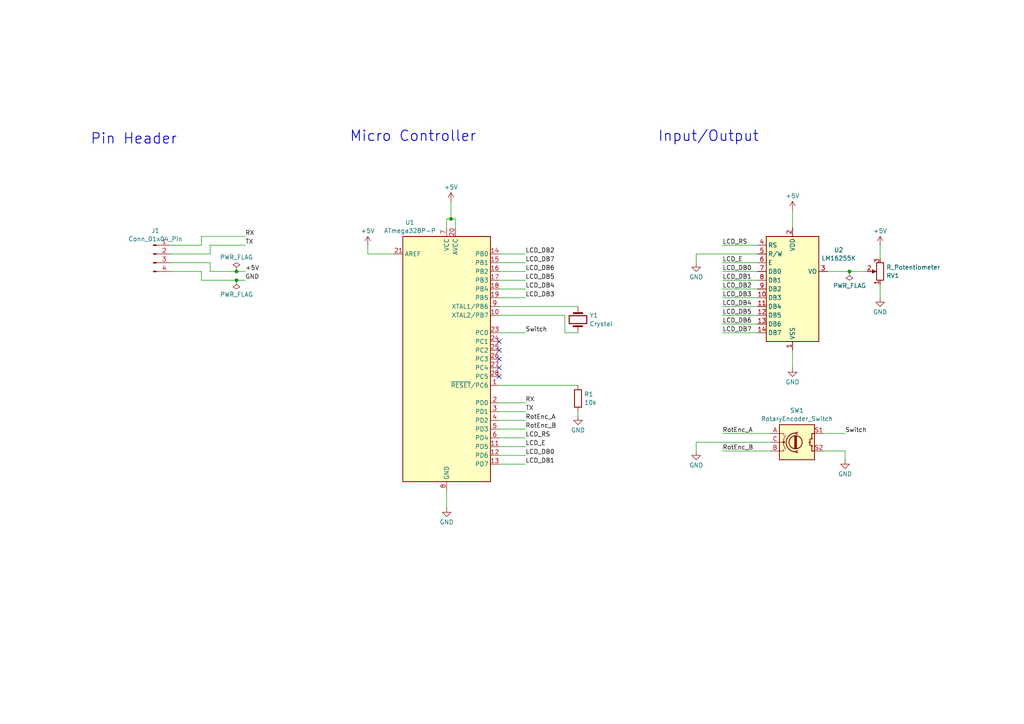
<source format=kicad_sch>
(kicad_sch (version 20250114) (generator "eeschema") (generator_version "9.0")
  (paper "A4")
  (title_block (title "Experimental LCD-Board") (date "2025-09-30") (rev "1") (company "Dennis Schulmeister-Zimolong") (comment 2 "A pin header provides power and a UART serial connection.") (comment 3 "with a 16x8 LCD and a switch / rotary encoder.") (comment 4 "This is just a very basic Atmega328p MCU board"))
  (lib_symbols
    (symbol "Connector:Conn_01x04_Pin" (pin_names (offset 1.016) (hide yes))
      (property "Reference" "J" (at 0 5.08 0))
      (property "Value" "Conn_01x04_Pin" (at 0 -7.62 0))
      (symbol "Conn_01x04_Pin_1_1"
        (rectangle (start 0.8636 2.667) (end 0 2.413) (stroke (width 0.1524)) (fill (type outline)))
        (rectangle (start 0.8636 0.127) (end 0 -0.127) (stroke (width 0.1524)) (fill (type outline)))
        (rectangle (start 0.8636 -2.413) (end 0 -2.667) (stroke (width 0.1524)) (fill (type outline)))
        (rectangle (start 0.8636 -4.953) (end 0 -5.207) (stroke (width 0.1524)) (fill (type outline)))
        (polyline (pts (xy 1.27 2.54) (xy 0.8636 2.54)) (stroke (width 0.1524)))
        (polyline (pts (xy 1.27 0) (xy 0.8636 0)) (stroke (width 0.1524)))
        (polyline (pts (xy 1.27 -2.54) (xy 0.8636 -2.54)) (stroke (width 0.1524)))
        (polyline (pts (xy 1.27 -5.08) (xy 0.8636 -5.08)) (stroke (width 0.1524)))
        (pin passive line (at 5.08 2.54 180) (length 3.81) (name "Pin_1") (number "1"))
        (pin passive line (at 5.08 0 180) (length 3.81) (name "Pin_2") (number "2"))
        (pin passive line (at 5.08 -2.54 180) (length 3.81) (name "Pin_3") (number "3"))
        (pin passive line (at 5.08 -5.08 180) (length 3.81) (name "Pin_4") (number "4"))
      )
    )
    (symbol "Device:Crystal" (pin_numbers (hide yes)) (pin_names (offset 1.016) (hide yes))
      (property "Reference" "Y" (at 0 3.81 0))
      (property "Value" "Crystal" (at 0 -3.81 0))
      (symbol "Crystal_0_1"
        (polyline (pts (xy -2.54 0) (xy -1.905 0)))
        (polyline (pts (xy -1.905 -1.27) (xy -1.905 1.27)) (stroke (width 0.508)))
        (rectangle (start -1.143 2.54) (end 1.143 -2.54) (stroke (width 0.3048)))
        (polyline (pts (xy 1.905 -1.27) (xy 1.905 1.27)) (stroke (width 0.508)))
        (polyline (pts (xy 2.54 0) (xy 1.905 0)))
      )
      (symbol "Crystal_1_1"
        (pin passive line (at -3.81 0 0) (length 1.27) (name "1") (number "1"))
        (pin passive line (at 3.81 0 180) (length 1.27) (name "2") (number "2"))
      )
    )
    (symbol "Device:R" (pin_numbers (hide yes)) (pin_names (offset 0))
      (property "Reference" "R" (at 2.032 0 90))
      (property "Value" "R" (at 0 0 90))
      (symbol "R_0_1"
        (rectangle (start -1.016 -2.54) (end 1.016 2.54) (stroke (width 0.254)))
      )
      (symbol "R_1_1"
        (pin passive line (at 0 3.81 270) (length 1.27) (name "~") (number "1"))
        (pin passive line (at 0 -3.81 90) (length 1.27) (name "~") (number "2"))
      )
    )
    (symbol "Device:R_Potentiometer" (pin_names (offset 1.016) (hide yes))
      (property "Reference" "RV" (at -4.445 0 90))
      (property "Value" "R_Potentiometer" (at -2.54 0 90))
      (symbol "R_Potentiometer_0_1"
        (rectangle (start 1.016 2.54) (end -1.016 -2.54) (stroke (width 0.254)))
        (polyline (pts (xy 1.143 0) (xy 2.286 0.508) (xy 2.286 -0.508) (xy 1.143 0)) (fill (type outline)))
        (polyline (pts (xy 2.54 0) (xy 1.524 0)))
      )
      (symbol "R_Potentiometer_1_1"
        (pin passive line (at 0 3.81 270) (length 1.27) (name "1") (number "1"))
        (pin passive line (at 0 -3.81 90) (length 1.27) (name "3") (number "3"))
        (pin passive line (at 3.81 0 180) (length 1.27) (name "2") (number "2"))
      )
    )
    (symbol "Device:RotaryEncoder_Switch" (pin_names (offset 0.254) (hide yes))
      (property "Reference" "SW" (at 0 6.604 0))
      (property "Value" "RotaryEncoder_Switch" (at 0 -6.604 0))
      (symbol "RotaryEncoder_Switch_0_1"
        (rectangle (start -5.08 5.08) (end 5.08 -5.08) (stroke (width 0.254)) (fill (type background)))
        (polyline (pts (xy -5.08 2.54) (xy -3.81 2.54) (xy -3.81 2.032)))
        (polyline (pts (xy -5.08 0) (xy -3.81 0) (xy -3.81 -1.016) (xy -3.302 -2.032)))
        (polyline (pts (xy -5.08 -2.54) (xy -3.81 -2.54) (xy -3.81 -2.032)))
        (polyline (pts (xy -4.318 0) (xy -3.81 0) (xy -3.81 1.016) (xy -3.302 2.032)))
        (circle (center -3.81 0) (radius 0.254) (fill (type outline)))
        (polyline (pts (xy -0.635 -1.778) (xy -0.635 1.778)) (stroke (width 0.254)))
        (circle (center -0.381 0) (radius 1.905) (stroke (width 0.254)))
        (polyline (pts (xy -0.381 -1.778) (xy -0.381 1.778)) (stroke (width 0.254)))
        (arc (start -0.381 -2.794) (mid -3.0988 -0.0635) (end -0.381 2.667) (stroke (width 0.254)))
        (polyline (pts (xy -0.127 1.778) (xy -0.127 -1.778)) (stroke (width 0.254)))
        (polyline (pts (xy 0.254 2.921) (xy -0.508 2.667) (xy 0.127 2.286)) (stroke (width 0.254)))
        (polyline (pts (xy 0.254 -3.048) (xy -0.508 -2.794) (xy 0.127 -2.413)) (stroke (width 0.254)))
        (polyline (pts (xy 3.81 1.016) (xy 3.81 -1.016)) (stroke (width 0.254)))
        (polyline (pts (xy 3.81 0) (xy 3.429 0)) (stroke (width 0.254)))
        (circle (center 4.318 1.016) (radius 0.127) (stroke (width 0.254)))
        (circle (center 4.318 -1.016) (radius 0.127) (stroke (width 0.254)))
        (polyline (pts (xy 5.08 2.54) (xy 4.318 2.54) (xy 4.318 1.016)) (stroke (width 0.254)))
        (polyline (pts (xy 5.08 -2.54) (xy 4.318 -2.54) (xy 4.318 -1.016)) (stroke (width 0.254)))
      )
      (symbol "RotaryEncoder_Switch_1_1"
        (pin passive line (at -7.62 2.54 0) (length 2.54) (name "A") (number "A"))
        (pin passive line (at -7.62 0 0) (length 2.54) (name "C") (number "C"))
        (pin passive line (at -7.62 -2.54 0) (length 2.54) (name "B") (number "B"))
        (pin passive line (at 7.62 2.54 180) (length 2.54) (name "S1") (number "S1"))
        (pin passive line (at 7.62 -2.54 180) (length 2.54) (name "S2") (number "S2"))
      )
    )
    (symbol "Display_Character:LM16255K"
      (property "Reference" "U" (at -6.35 16.51 0))
      (property "Value" "LM16255K" (at 4.318 16.51 0))
      (symbol "LM16255K_0_1"
        (rectangle (start -7.62 15.24) (end 7.62 -15.24) (stroke (width 0.254)) (fill (type background)))
      )
      (symbol "LM16255K_1_1"
        (pin input line (at -10.16 12.7 0) (length 2.54) (name "RS") (number "4"))
        (pin input line (at -10.16 10.16 0) (length 2.54) (name "R/W") (number "5"))
        (pin input line (at -10.16 7.62 0) (length 2.54) (name "E") (number "6"))
        (pin bidirectional line (at -10.16 5.08 0) (length 2.54) (name "DB0") (number "7"))
        (pin bidirectional line (at -10.16 2.54 0) (length 2.54) (name "DB1") (number "8"))
        (pin bidirectional line (at -10.16 0 0) (length 2.54) (name "DB2") (number "9"))
        (pin bidirectional line (at -10.16 -2.54 0) (length 2.54) (name "DB3") (number "10"))
        (pin bidirectional line (at -10.16 -5.08 0) (length 2.54) (name "DB4") (number "11"))
        (pin bidirectional line (at -10.16 -7.62 0) (length 2.54) (name "DB5") (number "12"))
        (pin bidirectional line (at -10.16 -10.16 0) (length 2.54) (name "DB6") (number "13"))
        (pin bidirectional line (at -10.16 -12.7 0) (length 2.54) (name "DB7") (number "14"))
        (pin power_in line (at 0 17.78 270) (length 2.54) (name "VDD") (number "2"))
        (pin power_in line (at 0 -17.78 90) (length 2.54) (name "VSS") (number "1"))
        (pin power_in line (at 10.16 5.08 180) (length 2.54) (name "VO") (number "3"))
      )
    )
    (symbol "MCU_Microchip_ATmega:ATmega328P-P"
      (property "Reference" "U" (at -12.7 36.83 0))
      (property "Value" "ATmega328P-P" (at 2.54 -36.83 0))
      (symbol "ATmega328P-P_0_1"
        (rectangle (start -12.7 -35.56) (end 12.7 35.56) (stroke (width 0.254)) (fill (type background)))
      )
      (symbol "ATmega328P-P_1_1"
        (pin passive line (at -15.24 30.48 0) (length 2.54) (name "AREF") (number "21"))
        (pin power_in line (at 0 38.1 270) (length 2.54) (name "VCC") (number "7"))
        (pin passive line (at 0 -38.1 90) (length 2.54) (hide yes) (name "GND") (number "22"))
        (pin power_in line (at 0 -38.1 90) (length 2.54) (name "GND") (number "8"))
        (pin power_in line (at 2.54 38.1 270) (length 2.54) (name "AVCC") (number "20"))
        (pin bidirectional line (at 15.24 30.48 180) (length 2.54) (name "PB0") (number "14"))
        (pin bidirectional line (at 15.24 27.94 180) (length 2.54) (name "PB1") (number "15"))
        (pin bidirectional line (at 15.24 25.4 180) (length 2.54) (name "PB2") (number "16"))
        (pin bidirectional line (at 15.24 22.86 180) (length 2.54) (name "PB3") (number "17"))
        (pin bidirectional line (at 15.24 20.32 180) (length 2.54) (name "PB4") (number "18"))
        (pin bidirectional line (at 15.24 17.78 180) (length 2.54) (name "PB5") (number "19"))
        (pin bidirectional line (at 15.24 15.24 180) (length 2.54) (name "XTAL1/PB6") (number "9"))
        (pin bidirectional line (at 15.24 12.7 180) (length 2.54) (name "XTAL2/PB7") (number "10"))
        (pin bidirectional line (at 15.24 7.62 180) (length 2.54) (name "PC0") (number "23"))
        (pin bidirectional line (at 15.24 5.08 180) (length 2.54) (name "PC1") (number "24"))
        (pin bidirectional line (at 15.24 2.54 180) (length 2.54) (name "PC2") (number "25"))
        (pin bidirectional line (at 15.24 0 180) (length 2.54) (name "PC3") (number "26"))
        (pin bidirectional line (at 15.24 -2.54 180) (length 2.54) (name "PC4") (number "27"))
        (pin bidirectional line (at 15.24 -5.08 180) (length 2.54) (name "PC5") (number "28"))
        (pin bidirectional line (at 15.24 -7.62 180) (length 2.54) (name "~{RESET}/PC6") (number "1"))
        (pin bidirectional line (at 15.24 -12.7 180) (length 2.54) (name "PD0") (number "2"))
        (pin bidirectional line (at 15.24 -15.24 180) (length 2.54) (name "PD1") (number "3"))
        (pin bidirectional line (at 15.24 -17.78 180) (length 2.54) (name "PD2") (number "4"))
        (pin bidirectional line (at 15.24 -20.32 180) (length 2.54) (name "PD3") (number "5"))
        (pin bidirectional line (at 15.24 -22.86 180) (length 2.54) (name "PD4") (number "6"))
        (pin bidirectional line (at 15.24 -25.4 180) (length 2.54) (name "PD5") (number "11"))
        (pin bidirectional line (at 15.24 -27.94 180) (length 2.54) (name "PD6") (number "12"))
        (pin bidirectional line (at 15.24 -30.48 180) (length 2.54) (name "PD7") (number "13"))
      )
    )
    (symbol "power:+5V" (power) (pin_numbers (hide yes)) (pin_names (offset 0) (hide yes))
      (property "Value" "+5V" (at 0 3.556 0))
      (symbol "+5V_0_1"
        (polyline (pts (xy -0.762 1.27) (xy 0 2.54)))
        (polyline (pts (xy 0 2.54) (xy 0.762 1.27)))
        (polyline (pts (xy 0 0) (xy 0 2.54)))
      )
      (symbol "+5V_1_1"
        (pin power_in line (at 0 0 90) (length 0) (name "~") (number "1"))
      )
    )
    (symbol "power:GND" (power) (pin_numbers (hide yes)) (pin_names (offset 0) (hide yes))
      (property "Value" "GND" (at 0 -3.81 0))
      (symbol "GND_0_1"
        (polyline (pts (xy 0 0) (xy 0 -1.27) (xy 1.27 -1.27) (xy 0 -2.54) (xy -1.27 -1.27) (xy 0 -1.27)))
      )
      (symbol "GND_1_1"
        (pin power_in line (at 0 0 270) (length 0) (name "~") (number "1"))
      )
    )
    (symbol "power:PWR_FLAG" (power) (pin_numbers (hide yes)) (pin_names (offset 0) (hide yes))
      (property "Value" "PWR_FLAG" (at 0 3.81 0))
      (symbol "PWR_FLAG_0_0"
        (pin power_out line (at 0 0 90) (length 0) (name "~") (number "1"))
      )
      (symbol "PWR_FLAG_0_1"
        (polyline (pts (xy 0 0) (xy 0 1.27) (xy -1.016 1.905) (xy 0 2.54) (xy 1.016 1.905) (xy 0 1.27)))
      )
    )
  )
  (text "Pin Header" (at 26.162 38.608 0) (effects (font (size 3 3) (thickness 0.254) (bold yes)) (justify left top)))
  (text "Micro Controller" (at 101.346 37.846 0) (effects (font (size 3 3) (thickness 0.254) (bold yes)) (justify left top)))
  (text "Input/Output" (at 190.754 37.846 0) (effects (font (size 3 3) (thickness 0.254) (bold yes)) (justify left top)))
  (junction (at 246.38 78.74))
  (junction (at 130.81 63.5))
  (junction (at 68.58 81.28))
  (junction (at 68.58 78.74))
  (no_connect (at 144.78 99.06))
  (no_connect (at 144.78 109.22))
  (no_connect (at 144.78 106.68))
  (no_connect (at 144.78 104.14))
  (no_connect (at 144.78 101.6))
  (wire (pts (xy 209.55 125.73) (xy 223.52 125.73)))
  (wire (pts (xy 106.68 73.66) (xy 114.3 73.66)))
  (wire (pts (xy 209.55 78.74) (xy 219.71 78.74)))
  (wire (pts (xy 58.42 71.12) (xy 58.42 68.58)))
  (wire (pts (xy 129.54 66.04) (xy 129.54 63.5)))
  (wire (pts (xy 163.83 91.44) (xy 163.83 96.52)))
  (wire (pts (xy 209.55 86.36) (xy 219.71 86.36)))
  (wire (pts (xy 229.87 60.96) (xy 229.87 66.04)))
  (wire (pts (xy 209.55 96.52) (xy 219.71 96.52)))
  (wire (pts (xy 238.76 130.81) (xy 245.11 130.81)))
  (wire (pts (xy 167.64 120.65) (xy 167.64 119.38)))
  (wire (pts (xy 144.78 91.44) (xy 163.83 91.44)))
  (wire (pts (xy 144.78 76.2) (xy 152.4 76.2)))
  (wire (pts (xy 209.55 76.2) (xy 219.71 76.2)))
  (wire (pts (xy 144.78 83.82) (xy 152.4 83.82)))
  (wire (pts (xy 60.96 73.66) (xy 60.96 71.12)))
  (wire (pts (xy 130.81 63.5) (xy 132.08 63.5)))
  (wire (pts (xy 49.53 78.74) (xy 58.42 78.74)))
  (wire (pts (xy 144.78 132.08) (xy 152.4 132.08)))
  (wire (pts (xy 246.38 78.74) (xy 251.46 78.74)))
  (wire (pts (xy 144.78 86.36) (xy 152.4 86.36)))
  (wire (pts (xy 209.55 88.9) (xy 219.71 88.9)))
  (wire (pts (xy 144.78 127) (xy 152.4 127)))
  (wire (pts (xy 49.53 73.66) (xy 60.96 73.66)))
  (wire (pts (xy 245.11 130.81) (xy 245.11 133.35)))
  (wire (pts (xy 255.27 82.55) (xy 255.27 86.36)))
  (wire (pts (xy 238.76 125.73) (xy 245.11 125.73)))
  (wire (pts (xy 209.55 93.98) (xy 219.71 93.98)))
  (wire (pts (xy 201.93 73.66) (xy 219.71 73.66)))
  (wire (pts (xy 49.53 71.12) (xy 58.42 71.12)))
  (wire (pts (xy 144.78 78.74) (xy 152.4 78.74)))
  (wire (pts (xy 106.68 71.12) (xy 106.68 73.66)))
  (wire (pts (xy 58.42 68.58) (xy 71.12 68.58)))
  (wire (pts (xy 49.53 76.2) (xy 60.96 76.2)))
  (wire (pts (xy 144.78 124.46) (xy 152.4 124.46)))
  (wire (pts (xy 58.42 81.28) (xy 68.58 81.28)))
  (wire (pts (xy 144.78 73.66) (xy 152.4 73.66)))
  (wire (pts (xy 132.08 63.5) (xy 132.08 66.04)))
  (wire (pts (xy 163.83 96.52) (xy 167.64 96.52)))
  (wire (pts (xy 201.93 76.2) (xy 201.93 73.66)))
  (wire (pts (xy 229.87 101.6) (xy 229.87 106.68)))
  (wire (pts (xy 209.55 130.81) (xy 223.52 130.81)))
  (wire (pts (xy 255.27 71.12) (xy 255.27 74.93)))
  (wire (pts (xy 129.54 63.5) (xy 130.81 63.5)))
  (wire (pts (xy 201.93 128.27) (xy 201.93 130.81)))
  (wire (pts (xy 209.55 81.28) (xy 219.71 81.28)))
  (wire (pts (xy 144.78 81.28) (xy 152.4 81.28)))
  (wire (pts (xy 130.81 58.42) (xy 130.81 63.5)))
  (wire (pts (xy 209.55 83.82) (xy 219.71 83.82)))
  (wire (pts (xy 60.96 71.12) (xy 71.12 71.12)))
  (wire (pts (xy 129.54 142.24) (xy 129.54 147.32)))
  (wire (pts (xy 144.78 119.38) (xy 152.4 119.38)))
  (wire (pts (xy 68.58 78.74) (xy 71.12 78.74)))
  (wire (pts (xy 144.78 111.76) (xy 167.64 111.76)))
  (wire (pts (xy 58.42 78.74) (xy 58.42 81.28)))
  (wire (pts (xy 144.78 121.92) (xy 152.4 121.92)))
  (wire (pts (xy 60.96 78.74) (xy 68.58 78.74)))
  (wire (pts (xy 144.78 129.54) (xy 152.4 129.54)))
  (wire (pts (xy 209.55 71.12) (xy 219.71 71.12)))
  (wire (pts (xy 60.96 76.2) (xy 60.96 78.74)))
  (wire (pts (xy 240.03 78.74) (xy 246.38 78.74)))
  (wire (pts (xy 144.78 116.84) (xy 152.4 116.84)))
  (wire (pts (xy 144.78 96.52) (xy 152.4 96.52)))
  (wire (pts (xy 209.55 91.44) (xy 219.71 91.44)))
  (wire (pts (xy 144.78 88.9) (xy 167.64 88.9)))
  (wire (pts (xy 68.58 81.28) (xy 71.12 81.28)))
  (wire (pts (xy 144.78 134.62) (xy 152.4 134.62)))
  (wire (pts (xy 223.52 128.27) (xy 201.93 128.27)))
  (label "+5V" (at 71.12 78.74 0))
  (label "LCD_DB2" (at 209.55 83.82 0) (effects (font (thickness 0.1588))))
  (label "Switch" (at 245.11 125.73 0) (effects (font (thickness 0.1588))))
  (label "LCD_DB4" (at 209.55 88.9 0) (effects (font (thickness 0.1588))))
  (label "LCD_E" (at 209.55 76.2 0) (effects (font (thickness 0.1588))))
  (label "LCD_DB6" (at 152.4 78.74 0) (effects (font (thickness 0.1588))))
  (label "RotEnc_B" (at 209.55 130.81 0) (effects (font (thickness 0.1588))))
  (label "GND" (at 71.12 81.28 0))
  (label "LCD_RS" (at 209.55 71.12 0) (effects (font (thickness 0.1588))))
  (label "LCD_DB5" (at 209.55 91.44 0) (effects (font (thickness 0.1588))))
  (label "LCD_DB3" (at 209.55 86.36 0) (effects (font (thickness 0.1588))))
  (label "RotEnc_A" (at 152.4 121.92 0) (effects (font (thickness 0.1588))))
  (label "LCD_RS" (at 152.4 127 0) (effects (font (thickness 0.1588))))
  (label "LCD_DB7" (at 152.4 76.2 0) (effects (font (thickness 0.1588))))
  (label "LCD_DB7" (at 209.55 96.52 0) (effects (font (thickness 0.1588))))
  (label "LCD_DB5" (at 152.4 81.28 0) (effects (font (thickness 0.1588))))
  (label "RotEnc_A" (at 209.55 125.73 0) (effects (font (thickness 0.1588))))
  (label "LCD_DB1" (at 209.55 81.28 0) (effects (font (thickness 0.1588))))
  (label "LCD_DB2" (at 152.4 73.66 0) (effects (font (thickness 0.1588))))
  (label "RX" (at 71.12 68.58 0))
  (label "RX" (at 152.4 116.84 0))
  (label "LCD_DB0" (at 209.55 78.74 0) (effects (font (thickness 0.1588))))
  (label "TX" (at 71.12 71.12 0))
  (label "LCD_DB0" (at 152.4 132.08 0) (effects (font (thickness 0.1588))))
  (label "LCD_E" (at 152.4 129.54 0) (effects (font (thickness 0.1588))))
  (label "LCD_DB1" (at 152.4 134.62 0) (effects (font (thickness 0.1588))))
  (label "LCD_DB4" (at 152.4 83.82 0) (effects (font (thickness 0.1588))))
  (label "TX" (at 152.4 119.38 0))
  (label "Switch" (at 152.4 96.52 0) (effects (font (thickness 0.1588))))
  (label "LCD_DB6" (at 209.55 93.98 0) (effects (font (thickness 0.1588))))
  (label "RotEnc_B" (at 152.4 124.46 0))
  (label "LCD_DB3" (at 152.4 86.36 0) (effects (font (thickness 0.1588))))
  (symbol (lib_id "power:GND") (at 167.64 120.65 0) (unit 1)
    (property "Reference" "#PWR03" (effects (hide yes)))
    (property "Value" "GND" (at 167.64 124.7831 0))
    (property "Description" "Power symbol creates a global label with name \"GND\" , ground" (effects (hide yes)))
  )
  (symbol (lib_id "power:GND") (at 245.11 133.35 0) (unit 1)
    (property "Reference" "#PWR08" (effects (hide yes)))
    (property "Value" "GND" (at 245.11 137.4831 0))
    (property "Description" "Power symbol creates a global label with name \"GND\" , ground" (effects (hide yes)))
  )
  (symbol (lib_id "Device:Crystal") (at 167.64 92.71 90) (unit 1)
    (property "Reference" "Y1" (at 170.9674 91.4978 90) (effects (justify right)))
    (property "Value" "Crystal" (at 170.9674 93.9221 90) (effects (justify right)))
    (property "Description" "Two pin crystal" (effects (hide yes)))
  )
  (symbol (lib_id "Device:R") (at 167.64 115.57 0) (unit 1)
    (property "Reference" "R1" (at 169.418 114.3578 0) (effects (justify left)))
    (property "Value" "10k" (at 169.418 116.7821 0) (effects (justify left)))
    (property "Description" "Resistor" (effects (hide yes)))
  )
  (symbol (lib_id "power:GND") (at 229.87 106.68 0) (unit 1)
    (property "Reference" "#PWR07" (effects (hide yes)))
    (property "Value" "GND" (at 229.87 110.8131 0))
    (property "Description" "Power symbol creates a global label with name \"GND\" , ground" (effects (hide yes)))
  )
  (symbol (lib_id "Device:RotaryEncoder_Switch") (at 231.14 128.27 0) (unit 1)
    (property "Reference" "SW1" (at 231.14 119.0455 0))
    (property "Value" "RotaryEncoder_Switch" (at 231.14 121.4698 0))
    (property "Description" "Rotary encoder, dual channel, incremental quadrate outputs, with switch" (effects (hide yes)))
  )
  (symbol (lib_id "power:GND") (at 129.54 147.32 0) (unit 1)
    (property "Reference" "#PWR01" (effects (hide yes)))
    (property "Value" "GND" (at 129.54 151.4531 0))
    (property "Description" "Power symbol creates a global label with name \"GND\" , ground" (effects (hide yes)))
  )
  (symbol (lib_id "Connector:Conn_01x04_Pin") (at 44.45 73.66 0) (unit 1)
    (property "Reference" "J1" (at 45.085 66.8993 0))
    (property "Value" "Conn_01x04_Pin" (at 45.085 69.3236 0))
    (property "Description" "Generic connector, single row, 01x04, script generated" (effects (hide yes)))
  )
  (symbol (lib_id "power:+5V") (at 130.81 58.42 0) (unit 1)
    (property "Reference" "#PWR02" (effects (hide yes)))
    (property "Value" "+5V" (at 130.81 54.2869 0))
    (property "Description" "Power symbol creates a global label with name \"+5V\"" (effects (hide yes)))
  )
  (symbol (lib_id "power:+5V") (at 106.68 71.12 0) (unit 1)
    (property "Reference" "#PWR011" (effects (hide yes)))
    (property "Value" "+5V" (at 106.68 66.9869 0))
    (property "Description" "Power symbol creates a global label with name \"+5V\"" (effects (hide yes)))
  )
  (symbol (lib_id "power:GND") (at 201.93 130.81 0) (unit 1)
    (property "Reference" "#PWR05" (effects (hide yes)))
    (property "Value" "GND" (at 201.93 134.9431 0))
    (property "Description" "Power symbol creates a global label with name \"GND\" , ground" (effects (hide yes)))
  )
  (symbol (lib_id "MCU_Microchip_ATmega:ATmega328P-P") (at 129.54 104.14 0) (unit 1)
    (property "Reference" "U1" (at 118.872 64.516 0))
    (property "Value" "ATmega328P-P" (at 118.872 66.9403 0))
    (property "Footprint" "Package_DIP:DIP-28_W7.62mm" (effects (hide yes)))
    (property "Datasheet" "http://ww1.microchip.com/downloads/en/DeviceDoc/ATmega328_P%20AVR%20MCU%20with%20picoPower%20Technology%20Data%20Sheet%2040001984A.pdf" (effects (hide yes)))
    (property "Description" "20MHz, 32kB Flash, 2kB SRAM, 1kB EEPROM, DIP-28" (effects (hide yes)))
  )
  (symbol (lib_id "power:PWR_FLAG") (at 68.58 78.74 0) (unit 1)
    (property "Reference" "#FLG01" (effects (hide yes)))
    (property "Value" "PWR_FLAG" (at 68.58 74.6069 0))
    (property "Description" "Special symbol for telling ERC where power comes from" (effects (hide yes)))
  )
  (symbol (lib_id "Display_Character:LM16255K") (at 229.87 83.82 0) (unit 1)
    (property "Reference" "U2" (at 243.2617 72.4934 0))
    (property "Value" "LM16255K" (at 243.2617 74.9177 0))
    (property "Footprint" "Display:LM16255" (effects (hide yes)))
    (property "Datasheet" "http://pdf.datasheetcatalog.com/datasheet/Sharp/mXvtrzw.pdf" (effects (hide yes)))
    (property "Description" "2 Lines, 12 character reflective LCD" (effects (hide yes)))
  )
  (symbol (lib_id "power:+5V") (at 255.27 71.12 0) (unit 1)
    (property "Reference" "#PWR09" (effects (hide yes)))
    (property "Value" "+5V" (at 255.27 66.9869 0))
    (property "Description" "Power symbol creates a global label with name \"+5V\"" (effects (hide yes)))
  )
  (symbol (lib_id "power:+5V") (at 229.87 60.96 0) (unit 1)
    (property "Reference" "#PWR06" (effects (hide yes)))
    (property "Value" "+5V" (at 229.87 56.8269 0))
    (property "Description" "Power symbol creates a global label with name \"+5V\"" (effects (hide yes)))
  )
  (symbol (lib_id "power:GND") (at 255.27 86.36 0) (unit 1)
    (property "Reference" "#PWR010" (effects (hide yes)))
    (property "Value" "GND" (at 255.27 90.4931 0))
    (property "Description" "Power symbol creates a global label with name \"GND\" , ground" (effects (hide yes)))
  )
  (symbol (lib_id "Device:R_Potentiometer") (at 255.27 78.74 180) (unit 1)
    (property "Reference" "RV1" (at 257.048 79.9522 0) (effects (justify right)))
    (property "Value" "R_Potentiometer" (at 257.048 77.5279 0) (effects (justify right)))
    (property "Description" "Potentiometer" (effects (hide yes)))
  )
  (symbol (lib_id "power:PWR_FLAG") (at 246.38 78.74 180) (unit 1)
    (property "Reference" "#FLG03" (effects (hide yes)))
    (property "Value" "PWR_FLAG" (at 246.38 82.8731 0))
    (property "Description" "Special symbol for telling ERC where power comes from" (effects (hide yes)))
  )
  (symbol (lib_id "power:PWR_FLAG") (at 68.58 81.28 180) (unit 1)
    (property "Reference" "#FLG02" (effects (hide yes)))
    (property "Value" "PWR_FLAG" (at 68.58 85.4131 0))
    (property "Description" "Special symbol for telling ERC where power comes from" (effects (hide yes)))
  )
  (symbol (lib_id "power:GND") (at 201.93 76.2 0) (unit 1)
    (property "Reference" "#PWR04" (effects (hide yes)))
    (property "Value" "GND" (at 201.93 80.3331 0))
    (property "Description" "Power symbol creates a global label with name \"GND\" , ground" (effects (hide yes)))
  )
)
</source>
